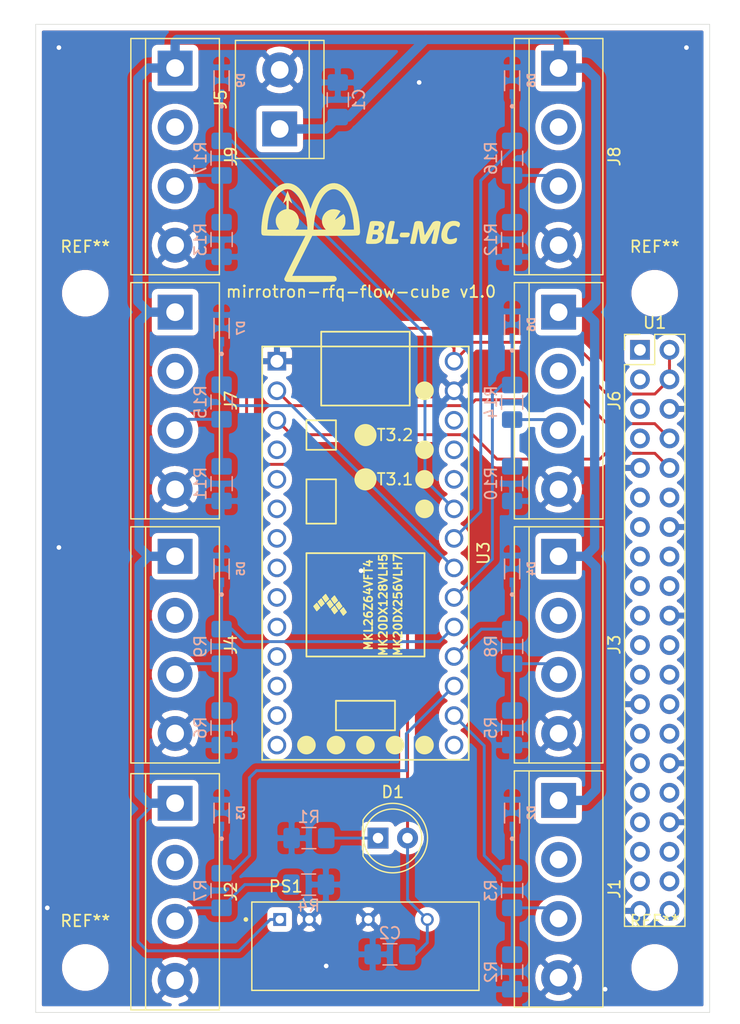
<source format=kicad_pcb>
(kicad_pcb (version 20171130) (host pcbnew 5.1.5+dfsg1-2build2)
  (layers (0 F.Cu signal) (31 B.Cu signal) (34 B.Paste user) (35 F.Paste user) (36 B.SilkS user) (37 F.SilkS user) (38 B.Mask user) (39 F.Mask user) (44 Edge.Cuts user))
  (net 0 "")
  (net 1 +5V)
  (net 2 "Net-(D1-Pad1)")
  (net 3 GND)
  (net 4 +24V)
  (net 5 "Net-(J1-Pad3)")
  (net 6 "Net-(J1-Pad2)")
  (net 7 "Net-(J2-Pad3)")
  (net 8 "Net-(J2-Pad2)")
  (net 9 "Net-(J3-Pad3)")
  (net 10 "Net-(J3-Pad2)")
  (net 11 "Net-(J4-Pad3)")
  (net 12 "Net-(J4-Pad2)")
  (net 13 "Net-(J6-Pad3)")
  (net 14 "Net-(J6-Pad2)")
  (net 15 "Net-(J7-Pad3)")
  (net 16 "Net-(J7-Pad2)")
  (net 17 "Net-(J8-Pad3)")
  (net 18 "Net-(J8-Pad2)")
  (net 19 "Net-(J9-Pad3)")
  (net 20 "Net-(J9-Pad2)")
  (net 21 /P14)
  (net 22 /P15)
  (net 23 /P16)
  (net 24 /P17)
  (net 25 /P18)
  (net 26 /P19)
  (net 27 /P20)
  (net 28 /P21)
  (net 29 "Net-(U1-Pad40)")
  (net 30 "Net-(U1-Pad38)")
  (net 31 "Net-(U1-Pad37)")
  (net 32 "Net-(U1-Pad36)")
  (net 33 "Net-(U1-Pad35)")
  (net 34 "Net-(U1-Pad33)")
  (net 35 "Net-(U1-Pad32)")
  (net 36 "Net-(U1-Pad31)")
  (net 37 "Net-(U1-Pad29)")
  (net 38 "Net-(U1-Pad28)")
  (net 39 "Net-(U1-Pad27)")
  (net 40 "Net-(U1-Pad26)")
  (net 41 "Net-(U1-Pad24)")
  (net 42 "Net-(U1-Pad23)")
  (net 43 "Net-(U1-Pad22)")
  (net 44 "Net-(U1-Pad21)")
  (net 45 "Net-(U1-Pad19)")
  (net 46 "Net-(U1-Pad18)")
  (net 47 "Net-(U1-Pad17)")
  (net 48 "Net-(U1-Pad16)")
  (net 49 "Net-(U1-Pad15)")
  (net 50 "Net-(U1-Pad13)")
  (net 51 "Net-(U1-Pad12)")
  (net 52 "Net-(U1-Pad11)")
  (net 53 "Net-(U1-Pad10)")
  (net 54 "Net-(U1-Pad8)")
  (net 55 "Net-(U1-Pad7)")
  (net 56 "Net-(U1-Pad5)")
  (net 57 "Net-(U1-Pad3)")
  (net 58 "Net-(U1-Pad1)")
  (net 59 "Net-(U3-Pad4)")
  (net 60 "Net-(U3-Pad5)")
  (net 61 "Net-(U3-Pad6)")
  (net 62 "Net-(U3-Pad7)")
  (net 63 "Net-(U3-Pad8)")
  (net 64 "Net-(U3-Pad9)")
  (net 65 "Net-(U3-Pad10)")
  (net 66 "Net-(U3-Pad11)")
  (net 67 "Net-(U3-Pad12)")
  (net 68 "Net-(U3-Pad13)")
  (net 69 "Net-(U3-Pad37)")
  (net 70 "Net-(U3-Pad36)")
  (net 71 "Net-(U3-Pad35)")
  (net 72 "Net-(U3-Pad34)")
  (net 73 "Net-(U3-Pad31)")
  (net 74 "Net-(U3-Pad30)")
  (net 75 "Net-(U3-Pad29)")
  (net 76 "Net-(U3-Pad14)")
  (net 77 "Net-(U3-Pad15)")
  (net 78 "Net-(U3-Pad16)")
  (net 79 "Net-(U3-Pad20)")
  (net 80 "Net-(U3-Pad19)")
  (net 81 "Net-(U3-Pad18)")
  (net 82 "Net-(U3-Pad17)")
  (module dmcginnis427Footprints:blmcLogo (layer F.Cu) (at 158 70)
    (fp_text reference G*** hide)
    (fp_text value LOGO hide)
  )
  (module MountingHole:MountingHole_3mm (layer F.Cu) (at 134.27 75.13)
    (fp_text reference REF** (at 0 -4) (layer F.SilkS))
    (fp_text value MountingHole_3mm)
    (pad 1 np_thru_hole circle (at 0 0) (size 3 3) (drill 3) (layers *.Cu *.Mask))
  )
  (module MountingHole:MountingHole_3mm (layer F.Cu) (at 183.27 75.13)
    (fp_text reference REF** (at 0 -4) (layer F.SilkS))
    (fp_text value MountingHole_3mm)
    (pad 1 np_thru_hole circle (at 0 0) (size 3 3) (drill 3) (layers *.Cu *.Mask))
  )
  (module MountingHole:MountingHole_3mm (layer F.Cu) (at 134.27 133.13)
    (fp_text reference REF** (at 0 -4) (layer F.SilkS))
    (fp_text value MountingHole_3mm)
    (pad 1 np_thru_hole circle (at 0 0) (size 3 3) (drill 3) (layers *.Cu *.Mask))
  )
  (module MountingHole:MountingHole_3mm (layer F.Cu) (at 183.27 133.13)
    (fp_text reference REF** (at 0 -4) (layer F.SilkS))
    (fp_text value MountingHole_3mm)
    (pad 1 np_thru_hole circle (at 0 0) (size 3 3) (drill 3) (layers *.Cu *.Mask))
  )
  (module SODFL2513X100N:SODFL2513X100N (layer B.Cu) (at 146 56.85 90)
    (fp_text reference D9 (at 0.032 1.6564 90) (layer B.SilkS) (effects (font (size 0.64 0.64)) (justify mirror)))
    (fp_text value 3.3)
    (pad 2 smd roundrect (at 1.15 0 90) (size 0.82 0.44) (layers B.Cu B.Paste B.Mask) (roundrect_rratio 0.06) (net 3 GND))
    (pad 1 smd roundrect (at -1.15 0 90) (size 0.82 0.44) (layers B.Cu B.Paste B.Mask) (roundrect_rratio 0.06) (net 28 /P21))
  )
  (module SODFL2513X100N:SODFL2513X100N (layer B.Cu) (at 171 56.85 90)
    (fp_text reference D8 (at 0.032 1.6564 90) (layer B.SilkS) (effects (font (size 0.64 0.64)) (justify mirror)))
    (fp_text value 3.3)
    (pad 2 smd roundrect (at 1.15 0 90) (size 0.82 0.44) (layers B.Cu B.Paste B.Mask) (roundrect_rratio 0.06) (net 3 GND))
    (pad 1 smd roundrect (at -1.15 0 90) (size 0.82 0.44) (layers B.Cu B.Paste B.Mask) (roundrect_rratio 0.06) (net 27 /P20))
  )
  (module SODFL2513X100N:SODFL2513X100N (layer B.Cu) (at 146 78.15 90)
    (fp_text reference D7 (at 0.032 1.6564 90) (layer B.SilkS) (effects (font (size 0.64 0.64)) (justify mirror)))
    (fp_text value 3.3)
    (pad 2 smd roundrect (at 1.15 0 90) (size 0.82 0.44) (layers B.Cu B.Paste B.Mask) (roundrect_rratio 0.06) (net 3 GND))
    (pad 1 smd roundrect (at -1.15 0 90) (size 0.82 0.44) (layers B.Cu B.Paste B.Mask) (roundrect_rratio 0.06) (net 26 /P19))
  )
  (module SODFL2513X100N:SODFL2513X100N (layer B.Cu) (at 171 77.85 90)
    (fp_text reference D6 (at 0.032 1.6564 90) (layer B.SilkS) (effects (font (size 0.64 0.64)) (justify mirror)))
    (fp_text value 3.3)
    (pad 2 smd roundrect (at 1.15 0 90) (size 0.82 0.44) (layers B.Cu B.Paste B.Mask) (roundrect_rratio 0.06) (net 3 GND))
    (pad 1 smd roundrect (at -1.15 0 90) (size 0.82 0.44) (layers B.Cu B.Paste B.Mask) (roundrect_rratio 0.06) (net 25 /P18))
  )
  (module SODFL2513X100N:SODFL2513X100N (layer B.Cu) (at 146 98.85 90)
    (fp_text reference D5 (at 0.032 1.6564 90) (layer B.SilkS) (effects (font (size 0.64 0.64)) (justify mirror)))
    (fp_text value 3.3)
    (pad 2 smd roundrect (at 1.15 0 90) (size 0.82 0.44) (layers B.Cu B.Paste B.Mask) (roundrect_rratio 0.06) (net 3 GND))
    (pad 1 smd roundrect (at -1.15 0 90) (size 0.82 0.44) (layers B.Cu B.Paste B.Mask) (roundrect_rratio 0.06) (net 24 /P17))
  )
  (module SODFL2513X100N:SODFL2513X100N (layer B.Cu) (at 171 98.85 90)
    (fp_text reference D4 (at 0.032 1.6564 90) (layer B.SilkS) (effects (font (size 0.64 0.64)) (justify mirror)))
    (fp_text value 3.3)
    (pad 2 smd roundrect (at 1.15 0 90) (size 0.82 0.44) (layers B.Cu B.Paste B.Mask) (roundrect_rratio 0.06) (net 3 GND))
    (pad 1 smd roundrect (at -1.15 0 90) (size 0.82 0.44) (layers B.Cu B.Paste B.Mask) (roundrect_rratio 0.06) (net 23 /P16))
  )
  (module SODFL2513X100N:SODFL2513X100N (layer B.Cu) (at 146 119.85 90)
    (fp_text reference D3 (at 0.032 1.6564 90) (layer B.SilkS) (effects (font (size 0.64 0.64)) (justify mirror)))
    (fp_text value 3.3)
    (pad 2 smd roundrect (at 1.15 0 90) (size 0.82 0.44) (layers B.Cu B.Paste B.Mask) (roundrect_rratio 0.06) (net 3 GND))
    (pad 1 smd roundrect (at -1.15 0 90) (size 0.82 0.44) (layers B.Cu B.Paste B.Mask) (roundrect_rratio 0.06) (net 22 /P15))
  )
  (module SODFL2513X100N:SODFL2513X100N (layer B.Cu) (at 171 119.85 90)
    (fp_text reference D2 (at 0.032 1.6564 90) (layer B.SilkS) (effects (font (size 0.64 0.64)) (justify mirror)))
    (fp_text value 3.3)
    (pad 2 smd roundrect (at 1.15 0 90) (size 0.82 0.44) (layers B.Cu B.Paste B.Mask) (roundrect_rratio 0.06) (net 3 GND))
    (pad 1 smd roundrect (at -1.15 0 90) (size 0.82 0.44) (layers B.Cu B.Paste B.Mask) (roundrect_rratio 0.06) (net 21 /P14))
  )
  (module TeensyFootprints:Teensy30_31_32_LC (layer F.Cu) (at 158.38 97.49 270)
    (fp_text reference U3 (at 0 -10.16 90) (layer F.SilkS))
    (fp_text value Teensy-LC)
    (fp_text user MK20DX128VLH5 (at 4.445 -1.524 90) (layer F.SilkS) (effects (font (size 0.7 0.7))))
    (fp_text user MKL26Z64VFT4 (at 4.445 -0.254 90) (layer F.SilkS) (effects (font (size 0.7 0.7))))
    (fp_text user MK20DX256VLH7 (at 4.445 -2.794 90) (layer F.SilkS) (effects (font (size 0.7 0.7))))
    (fp_text user T3.1 (at -6.35 -2.54) (layer F.SilkS))
    (fp_text user T3.2 (at -10.16 -2.54) (layer F.SilkS))
    (pad 52 connect circle (at -10.16 0 270) (size 1.9 1.9) (layers F.SilkS))
    (pad 52 connect circle (at -6.35 0 270) (size 1.9 1.9) (layers F.SilkS))
    (pad 1 thru_hole rect (at -16.51 7.62 270) (size 1.6 1.6) (drill 1.1) (layers *.Cu *.Mask) (net 3 GND))
    (pad 2 thru_hole circle (at -13.97 7.62 270) (size 1.6 1.6) (drill 1.1) (layers *.Cu *.Mask) (net 54 "Net-(U1-Pad8)"))
    (pad 3 thru_hole circle (at -11.43 7.62 270) (size 1.6 1.6) (drill 1.1) (layers *.Cu *.Mask) (net 53 "Net-(U1-Pad10)"))
    (pad 4 thru_hole circle (at -8.89 7.62 270) (size 1.6 1.6) (drill 1.1) (layers *.Cu *.Mask) (net 59 "Net-(U3-Pad4)"))
    (pad 5 thru_hole circle (at -6.35 7.62 270) (size 1.6 1.6) (drill 1.1) (layers *.Cu *.Mask) (net 60 "Net-(U3-Pad5)"))
    (pad 6 thru_hole circle (at -3.81 7.62 270) (size 1.6 1.6) (drill 1.1) (layers *.Cu *.Mask) (net 61 "Net-(U3-Pad6)"))
    (pad 7 thru_hole circle (at -1.27 7.62 270) (size 1.6 1.6) (drill 1.1) (layers *.Cu *.Mask) (net 62 "Net-(U3-Pad7)"))
    (pad 8 thru_hole circle (at 1.27 7.62 270) (size 1.6 1.6) (drill 1.1) (layers *.Cu *.Mask) (net 63 "Net-(U3-Pad8)"))
    (pad 9 thru_hole circle (at 3.81 7.62 270) (size 1.6 1.6) (drill 1.1) (layers *.Cu *.Mask) (net 64 "Net-(U3-Pad9)"))
    (pad 10 thru_hole circle (at 6.35 7.62 270) (size 1.6 1.6) (drill 1.1) (layers *.Cu *.Mask) (net 65 "Net-(U3-Pad10)"))
    (pad 11 thru_hole circle (at 8.89 7.62 270) (size 1.6 1.6) (drill 1.1) (layers *.Cu *.Mask) (net 66 "Net-(U3-Pad11)"))
    (pad 12 thru_hole circle (at 11.43 7.62 270) (size 1.6 1.6) (drill 1.1) (layers *.Cu *.Mask) (net 67 "Net-(U3-Pad12)"))
    (pad 13 thru_hole circle (at 13.97 7.62 270) (size 1.6 1.6) (drill 1.1) (layers *.Cu *.Mask) (net 68 "Net-(U3-Pad13)"))
    (pad 37 connect circle (at -3.81 -5.08 270) (size 1.6 1.6) (layers F.SilkS) (net 69 "Net-(U3-Pad37)"))
    (pad 36 connect circle (at -6.35 -5.08 270) (size 1.6 1.6) (layers F.SilkS) (net 70 "Net-(U3-Pad36)"))
    (pad 35 connect circle (at -8.89 -5.08 270) (size 1.6 1.6) (layers F.SilkS) (net 71 "Net-(U3-Pad35)"))
    (pad 34 connect circle (at -13.97 -5.08 270) (size 1.6 1.6) (layers F.SilkS) (net 72 "Net-(U3-Pad34)"))
    (pad 33 thru_hole circle (at -16.51 -7.62 270) (size 1.6 1.6) (drill 1.1) (layers *.Cu *.Mask) (net 1 +5V))
    (pad 32 thru_hole circle (at -13.97 -7.62 270) (size 1.6 1.6) (drill 1.1) (layers *.Cu *.Mask) (net 3 GND))
    (pad 31 thru_hole circle (at -11.43 -7.62 270) (size 1.6 1.6) (drill 1.1) (layers *.Cu *.Mask) (net 73 "Net-(U3-Pad31)"))
    (pad 30 thru_hole circle (at -8.89 -7.62 270) (size 1.6 1.6) (drill 1.1) (layers *.Cu *.Mask) (net 74 "Net-(U3-Pad30)"))
    (pad 29 thru_hole circle (at -6.35 -7.62 270) (size 1.6 1.6) (drill 1.1) (layers *.Cu *.Mask) (net 75 "Net-(U3-Pad29)"))
    (pad 28 thru_hole circle (at -3.81 -7.62 270) (size 1.6 1.6) (drill 1.1) (layers *.Cu *.Mask) (net 28 /P21))
    (pad 27 thru_hole circle (at -1.27 -7.62 270) (size 1.6 1.6) (drill 1.1) (layers *.Cu *.Mask) (net 27 /P20))
    (pad 26 thru_hole circle (at 1.27 -7.62 270) (size 1.6 1.6) (drill 1.1) (layers *.Cu *.Mask) (net 26 /P19))
    (pad 25 thru_hole circle (at 3.81 -7.62 270) (size 1.6 1.6) (drill 1.1) (layers *.Cu *.Mask) (net 25 /P18))
    (pad 24 thru_hole circle (at 6.35 -7.62 270) (size 1.6 1.6) (drill 1.1) (layers *.Cu *.Mask) (net 24 /P17))
    (pad 23 thru_hole circle (at 8.89 -7.62 270) (size 1.6 1.6) (drill 1.1) (layers *.Cu *.Mask) (net 23 /P16))
    (pad 22 thru_hole circle (at 11.43 -7.62 270) (size 1.6 1.6) (drill 1.1) (layers *.Cu *.Mask) (net 22 /P15))
    (pad 21 thru_hole circle (at 13.97 -7.62 270) (size 1.6 1.6) (drill 1.1) (layers *.Cu *.Mask) (net 21 /P14))
    (pad 14 thru_hole circle (at 16.51 7.62 270) (size 1.6 1.6) (drill 1.1) (layers *.Cu *.Mask) (net 76 "Net-(U3-Pad14)"))
    (pad 15 connect circle (at 16.51 5.08 270) (size 1.6 1.6) (layers F.SilkS) (net 77 "Net-(U3-Pad15)"))
    (pad 16 connect circle (at 16.51 2.54 270) (size 1.6 1.6) (layers F.SilkS) (net 78 "Net-(U3-Pad16)"))
    (pad 20 thru_hole circle (at 16.51 -7.62 270) (size 1.6 1.6) (drill 1.1) (layers *.Cu *.Mask) (net 79 "Net-(U3-Pad20)"))
    (pad 19 connect circle (at 16.51 -5.08 270) (size 1.6 1.6) (layers F.SilkS) (net 80 "Net-(U3-Pad19)"))
    (pad 18 connect circle (at 16.51 -2.54 270) (size 1.6 1.6) (layers F.SilkS) (net 81 "Net-(U3-Pad18)"))
    (pad 17 connect circle (at 16.51 0 270) (size 1.6 1.6) (layers F.SilkS) (net 82 "Net-(U3-Pad17)"))
  )
  (module Connector_PinHeader_2.54mm:PinHeader_2x20_P2.54mm_Vertical (layer F.Cu) (at 182 80)
    (fp_text reference U1 (at 1.27 -2.33) (layer F.SilkS))
    (fp_text value RPIHeader)
    (pad 40 thru_hole oval (at 2.54 48.26) (size 1.7 1.7) (drill 1) (layers *.Cu *.Mask) (net 29 "Net-(U1-Pad40)"))
    (pad 39 thru_hole oval (at 0 48.26) (size 1.7 1.7) (drill 1) (layers *.Cu *.Mask) (net 3 GND))
    (pad 38 thru_hole oval (at 2.54 45.72) (size 1.7 1.7) (drill 1) (layers *.Cu *.Mask) (net 30 "Net-(U1-Pad38)"))
    (pad 37 thru_hole oval (at 0 45.72) (size 1.7 1.7) (drill 1) (layers *.Cu *.Mask) (net 31 "Net-(U1-Pad37)"))
    (pad 36 thru_hole oval (at 2.54 43.18) (size 1.7 1.7) (drill 1) (layers *.Cu *.Mask) (net 32 "Net-(U1-Pad36)"))
    (pad 35 thru_hole oval (at 0 43.18) (size 1.7 1.7) (drill 1) (layers *.Cu *.Mask) (net 33 "Net-(U1-Pad35)"))
    (pad 34 thru_hole oval (at 2.54 40.64) (size 1.7 1.7) (drill 1) (layers *.Cu *.Mask) (net 3 GND))
    (pad 33 thru_hole oval (at 0 40.64) (size 1.7 1.7) (drill 1) (layers *.Cu *.Mask) (net 34 "Net-(U1-Pad33)"))
    (pad 32 thru_hole oval (at 2.54 38.1) (size 1.7 1.7) (drill 1) (layers *.Cu *.Mask) (net 35 "Net-(U1-Pad32)"))
    (pad 31 thru_hole oval (at 0 38.1) (size 1.7 1.7) (drill 1) (layers *.Cu *.Mask) (net 36 "Net-(U1-Pad31)"))
    (pad 30 thru_hole oval (at 2.54 35.56) (size 1.7 1.7) (drill 1) (layers *.Cu *.Mask) (net 3 GND))
    (pad 29 thru_hole oval (at 0 35.56) (size 1.7 1.7) (drill 1) (layers *.Cu *.Mask) (net 37 "Net-(U1-Pad29)"))
    (pad 28 thru_hole oval (at 2.54 33.02) (size 1.7 1.7) (drill 1) (layers *.Cu *.Mask) (net 38 "Net-(U1-Pad28)"))
    (pad 27 thru_hole oval (at 0 33.02) (size 1.7 1.7) (drill 1) (layers *.Cu *.Mask) (net 39 "Net-(U1-Pad27)"))
    (pad 26 thru_hole oval (at 2.54 30.48) (size 1.7 1.7) (drill 1) (layers *.Cu *.Mask) (net 40 "Net-(U1-Pad26)"))
    (pad 25 thru_hole oval (at 0 30.48) (size 1.7 1.7) (drill 1) (layers *.Cu *.Mask) (net 3 GND))
    (pad 24 thru_hole oval (at 2.54 27.94) (size 1.7 1.7) (drill 1) (layers *.Cu *.Mask) (net 41 "Net-(U1-Pad24)"))
    (pad 23 thru_hole oval (at 0 27.94) (size 1.7 1.7) (drill 1) (layers *.Cu *.Mask) (net 42 "Net-(U1-Pad23)"))
    (pad 22 thru_hole oval (at 2.54 25.4) (size 1.7 1.7) (drill 1) (layers *.Cu *.Mask) (net 43 "Net-(U1-Pad22)"))
    (pad 21 thru_hole oval (at 0 25.4) (size 1.7 1.7) (drill 1) (layers *.Cu *.Mask) (net 44 "Net-(U1-Pad21)"))
    (pad 20 thru_hole oval (at 2.54 22.86) (size 1.7 1.7) (drill 1) (layers *.Cu *.Mask) (net 3 GND))
    (pad 19 thru_hole oval (at 0 22.86) (size 1.7 1.7) (drill 1) (layers *.Cu *.Mask) (net 45 "Net-(U1-Pad19)"))
    (pad 18 thru_hole oval (at 2.54 20.32) (size 1.7 1.7) (drill 1) (layers *.Cu *.Mask) (net 46 "Net-(U1-Pad18)"))
    (pad 17 thru_hole oval (at 0 20.32) (size 1.7 1.7) (drill 1) (layers *.Cu *.Mask) (net 47 "Net-(U1-Pad17)"))
    (pad 16 thru_hole oval (at 2.54 17.78) (size 1.7 1.7) (drill 1) (layers *.Cu *.Mask) (net 48 "Net-(U1-Pad16)"))
    (pad 15 thru_hole oval (at 0 17.78) (size 1.7 1.7) (drill 1) (layers *.Cu *.Mask) (net 49 "Net-(U1-Pad15)"))
    (pad 14 thru_hole oval (at 2.54 15.24) (size 1.7 1.7) (drill 1) (layers *.Cu *.Mask) (net 3 GND))
    (pad 13 thru_hole oval (at 0 15.24) (size 1.7 1.7) (drill 1) (layers *.Cu *.Mask) (net 50 "Net-(U1-Pad13)"))
    (pad 12 thru_hole oval (at 2.54 12.7) (size 1.7 1.7) (drill 1) (layers *.Cu *.Mask) (net 51 "Net-(U1-Pad12)"))
    (pad 11 thru_hole oval (at 0 12.7) (size 1.7 1.7) (drill 1) (layers *.Cu *.Mask) (net 52 "Net-(U1-Pad11)"))
    (pad 10 thru_hole oval (at 2.54 10.16) (size 1.7 1.7) (drill 1) (layers *.Cu *.Mask) (net 53 "Net-(U1-Pad10)"))
    (pad 9 thru_hole oval (at 0 10.16) (size 1.7 1.7) (drill 1) (layers *.Cu *.Mask) (net 3 GND))
    (pad 8 thru_hole oval (at 2.54 7.62) (size 1.7 1.7) (drill 1) (layers *.Cu *.Mask) (net 54 "Net-(U1-Pad8)"))
    (pad 7 thru_hole oval (at 0 7.62) (size 1.7 1.7) (drill 1) (layers *.Cu *.Mask) (net 55 "Net-(U1-Pad7)"))
    (pad 6 thru_hole oval (at 2.54 5.08) (size 1.7 1.7) (drill 1) (layers *.Cu *.Mask) (net 3 GND))
    (pad 5 thru_hole oval (at 0 5.08) (size 1.7 1.7) (drill 1) (layers *.Cu *.Mask) (net 56 "Net-(U1-Pad5)"))
    (pad 4 thru_hole oval (at 2.54 2.54) (size 1.7 1.7) (drill 1) (layers *.Cu *.Mask) (net 1 +5V))
    (pad 3 thru_hole oval (at 0 2.54) (size 1.7 1.7) (drill 1) (layers *.Cu *.Mask) (net 57 "Net-(U1-Pad3)"))
    (pad 2 thru_hole oval (at 2.54 0) (size 1.7 1.7) (drill 1) (layers *.Cu *.Mask) (net 1 +5V))
    (pad 1 thru_hole rect (at 0 0) (size 1.7 1.7) (drill 1) (layers *.Cu *.Mask) (net 58 "Net-(U1-Pad1)"))
  )
  (module Resistor_SMD:R_1206_3216Metric_Pad1.42x1.75mm_HandSolder (layer B.Cu) (at 146 63.5125 270)
    (fp_text reference R17 (at 0 1.82 90) (layer B.SilkS) (effects (justify mirror)))
    (fp_text value 100)
    (pad 2 smd roundrect (at 1.4875 0 270) (size 1.425 1.75) (layers B.Cu B.Paste B.Mask) (roundrect_rratio 0.175439) (net 19 "Net-(J9-Pad3)"))
    (pad 1 smd roundrect (at -1.4875 0 270) (size 1.425 1.75) (layers B.Cu B.Paste B.Mask) (roundrect_rratio 0.175439) (net 28 /P21))
  )
  (module Resistor_SMD:R_1206_3216Metric_Pad1.42x1.75mm_HandSolder (layer B.Cu) (at 171 63.5125 270)
    (fp_text reference R16 (at 0 1.82 90) (layer B.SilkS) (effects (justify mirror)))
    (fp_text value 100)
    (pad 2 smd roundrect (at 1.4875 0 270) (size 1.425 1.75) (layers B.Cu B.Paste B.Mask) (roundrect_rratio 0.175439) (net 17 "Net-(J8-Pad3)"))
    (pad 1 smd roundrect (at -1.4875 0 270) (size 1.425 1.75) (layers B.Cu B.Paste B.Mask) (roundrect_rratio 0.175439) (net 27 /P20))
  )
  (module Resistor_SMD:R_1206_3216Metric_Pad1.42x1.75mm_HandSolder (layer B.Cu) (at 146 84.4875 270)
    (fp_text reference R15 (at 0 1.82 90) (layer B.SilkS) (effects (justify mirror)))
    (fp_text value 100)
    (pad 2 smd roundrect (at 1.4875 0 270) (size 1.425 1.75) (layers B.Cu B.Paste B.Mask) (roundrect_rratio 0.175439) (net 15 "Net-(J7-Pad3)"))
    (pad 1 smd roundrect (at -1.4875 0 270) (size 1.425 1.75) (layers B.Cu B.Paste B.Mask) (roundrect_rratio 0.175439) (net 26 /P19))
  )
  (module Resistor_SMD:R_1206_3216Metric_Pad1.42x1.75mm_HandSolder (layer B.Cu) (at 171 84.5125 270)
    (fp_text reference R14 (at 0 1.82 90) (layer B.SilkS) (effects (justify mirror)))
    (fp_text value 100)
    (pad 2 smd roundrect (at 1.4875 0 270) (size 1.425 1.75) (layers B.Cu B.Paste B.Mask) (roundrect_rratio 0.175439) (net 13 "Net-(J6-Pad3)"))
    (pad 1 smd roundrect (at -1.4875 0 270) (size 1.425 1.75) (layers B.Cu B.Paste B.Mask) (roundrect_rratio 0.175439) (net 25 /P18))
  )
  (module Resistor_SMD:R_1206_3216Metric_Pad1.42x1.75mm_HandSolder (layer B.Cu) (at 146 70.5125 270)
    (fp_text reference R13 (at 0 1.82 90) (layer B.SilkS) (effects (justify mirror)))
    (fp_text value 100)
    (pad 2 smd roundrect (at 1.4875 0 270) (size 1.425 1.75) (layers B.Cu B.Paste B.Mask) (roundrect_rratio 0.175439) (net 3 GND))
    (pad 1 smd roundrect (at -1.4875 0 270) (size 1.425 1.75) (layers B.Cu B.Paste B.Mask) (roundrect_rratio 0.175439) (net 19 "Net-(J9-Pad3)"))
  )
  (module Resistor_SMD:R_1206_3216Metric_Pad1.42x1.75mm_HandSolder (layer B.Cu) (at 171 70.5125 270)
    (fp_text reference R12 (at 0 1.82 90) (layer B.SilkS) (effects (justify mirror)))
    (fp_text value 100)
    (pad 2 smd roundrect (at 1.4875 0 270) (size 1.425 1.75) (layers B.Cu B.Paste B.Mask) (roundrect_rratio 0.175439) (net 3 GND))
    (pad 1 smd roundrect (at -1.4875 0 270) (size 1.425 1.75) (layers B.Cu B.Paste B.Mask) (roundrect_rratio 0.175439) (net 17 "Net-(J8-Pad3)"))
  )
  (module Resistor_SMD:R_1206_3216Metric_Pad1.42x1.75mm_HandSolder (layer B.Cu) (at 146 91.5125 270)
    (fp_text reference R11 (at 0 1.82 90) (layer B.SilkS) (effects (justify mirror)))
    (fp_text value 100)
    (pad 2 smd roundrect (at 1.4875 0 270) (size 1.425 1.75) (layers B.Cu B.Paste B.Mask) (roundrect_rratio 0.175439) (net 3 GND))
    (pad 1 smd roundrect (at -1.4875 0 270) (size 1.425 1.75) (layers B.Cu B.Paste B.Mask) (roundrect_rratio 0.175439) (net 15 "Net-(J7-Pad3)"))
  )
  (module Resistor_SMD:R_1206_3216Metric_Pad1.42x1.75mm_HandSolder (layer B.Cu) (at 171 91.5125 270)
    (fp_text reference R10 (at 0 1.82 90) (layer B.SilkS) (effects (justify mirror)))
    (fp_text value 100)
    (pad 2 smd roundrect (at 1.4875 0 270) (size 1.425 1.75) (layers B.Cu B.Paste B.Mask) (roundrect_rratio 0.175439) (net 3 GND))
    (pad 1 smd roundrect (at -1.4875 0 270) (size 1.425 1.75) (layers B.Cu B.Paste B.Mask) (roundrect_rratio 0.175439) (net 13 "Net-(J6-Pad3)"))
  )
  (module Resistor_SMD:R_1206_3216Metric_Pad1.42x1.75mm_HandSolder (layer B.Cu) (at 146 105.5125 270)
    (fp_text reference R9 (at 0 1.82 90) (layer B.SilkS) (effects (justify mirror)))
    (fp_text value 100)
    (pad 2 smd roundrect (at 1.4875 0 270) (size 1.425 1.75) (layers B.Cu B.Paste B.Mask) (roundrect_rratio 0.175439) (net 11 "Net-(J4-Pad3)"))
    (pad 1 smd roundrect (at -1.4875 0 270) (size 1.425 1.75) (layers B.Cu B.Paste B.Mask) (roundrect_rratio 0.175439) (net 24 /P17))
  )
  (module Resistor_SMD:R_1206_3216Metric_Pad1.42x1.75mm_HandSolder (layer B.Cu) (at 171 105.5125 270)
    (fp_text reference R8 (at 0 1.82 90) (layer B.SilkS) (effects (justify mirror)))
    (fp_text value 100)
    (pad 2 smd roundrect (at 1.4875 0 270) (size 1.425 1.75) (layers B.Cu B.Paste B.Mask) (roundrect_rratio 0.175439) (net 9 "Net-(J3-Pad3)"))
    (pad 1 smd roundrect (at -1.4875 0 270) (size 1.425 1.75) (layers B.Cu B.Paste B.Mask) (roundrect_rratio 0.175439) (net 23 /P16))
  )
  (module Resistor_SMD:R_1206_3216Metric_Pad1.42x1.75mm_HandSolder (layer B.Cu) (at 146 126.5125 270)
    (fp_text reference R7 (at 0 1.82 90) (layer B.SilkS) (effects (justify mirror)))
    (fp_text value 100)
    (pad 2 smd roundrect (at 1.4875 0 270) (size 1.425 1.75) (layers B.Cu B.Paste B.Mask) (roundrect_rratio 0.175439) (net 7 "Net-(J2-Pad3)"))
    (pad 1 smd roundrect (at -1.4875 0 270) (size 1.425 1.75) (layers B.Cu B.Paste B.Mask) (roundrect_rratio 0.175439) (net 22 /P15))
  )
  (module Resistor_SMD:R_1206_3216Metric_Pad1.42x1.75mm_HandSolder (layer B.Cu) (at 146 112.5125 270)
    (fp_text reference R6 (at 0 1.82 90) (layer B.SilkS) (effects (justify mirror)))
    (fp_text value 100)
    (pad 2 smd roundrect (at 1.4875 0 270) (size 1.425 1.75) (layers B.Cu B.Paste B.Mask) (roundrect_rratio 0.175439) (net 3 GND))
    (pad 1 smd roundrect (at -1.4875 0 270) (size 1.425 1.75) (layers B.Cu B.Paste B.Mask) (roundrect_rratio 0.175439) (net 11 "Net-(J4-Pad3)"))
  )
  (module Resistor_SMD:R_1206_3216Metric_Pad1.42x1.75mm_HandSolder (layer B.Cu) (at 171 112.5125 270)
    (fp_text reference R5 (at 0 1.82 90) (layer B.SilkS) (effects (justify mirror)))
    (fp_text value 100)
    (pad 2 smd roundrect (at 1.4875 0 270) (size 1.425 1.75) (layers B.Cu B.Paste B.Mask) (roundrect_rratio 0.175439) (net 3 GND))
    (pad 1 smd roundrect (at -1.4875 0 270) (size 1.425 1.75) (layers B.Cu B.Paste B.Mask) (roundrect_rratio 0.175439) (net 9 "Net-(J3-Pad3)"))
  )
  (module Resistor_SMD:R_1206_3216Metric_Pad1.42x1.75mm_HandSolder (layer B.Cu) (at 153.4875 126)
    (fp_text reference R4 (at 0 1.82) (layer B.SilkS) (effects (justify mirror)))
    (fp_text value 100)
    (pad 1 smd roundrect (at -1.4875 0) (size 1.425 1.75) (layers B.Cu B.Paste B.Mask) (roundrect_rratio 0.175439) (net 7 "Net-(J2-Pad3)"))
    (pad 2 smd roundrect (at 1.4875 0) (size 1.425 1.75) (layers B.Cu B.Paste B.Mask) (roundrect_rratio 0.175439) (net 3 GND))
  )
  (module Resistor_SMD:R_1206_3216Metric_Pad1.42x1.75mm_HandSolder (layer B.Cu) (at 171 126.5125 270)
    (fp_text reference R3 (at 0 1.82 90) (layer B.SilkS) (effects (justify mirror)))
    (fp_text value 100)
    (pad 2 smd roundrect (at 1.4875 0 270) (size 1.425 1.75) (layers B.Cu B.Paste B.Mask) (roundrect_rratio 0.175439) (net 5 "Net-(J1-Pad3)"))
    (pad 1 smd roundrect (at -1.4875 0 270) (size 1.425 1.75) (layers B.Cu B.Paste B.Mask) (roundrect_rratio 0.175439) (net 21 /P14))
  )
  (module Resistor_SMD:R_1206_3216Metric_Pad1.42x1.75mm_HandSolder (layer B.Cu) (at 171 133.5125 270)
    (fp_text reference R2 (at 0 1.82 90) (layer B.SilkS) (effects (justify mirror)))
    (fp_text value 100)
    (pad 2 smd roundrect (at 1.4875 0 270) (size 1.425 1.75) (layers B.Cu B.Paste B.Mask) (roundrect_rratio 0.175439) (net 3 GND))
    (pad 1 smd roundrect (at -1.4875 0 270) (size 1.425 1.75) (layers B.Cu B.Paste B.Mask) (roundrect_rratio 0.175439) (net 5 "Net-(J1-Pad3)"))
  )
  (module Resistor_SMD:R_1206_3216Metric_Pad1.42x1.75mm_HandSolder (layer B.Cu) (at 153.5125 122 180)
    (fp_text reference R1 (at 0 1.82) (layer B.SilkS) (effects (justify mirror)))
    (fp_text value 220)
    (pad 2 smd roundrect (at 1.4875 0 180) (size 1.425 1.75) (layers B.Cu B.Paste B.Mask) (roundrect_rratio 0.175439) (net 3 GND))
    (pad 1 smd roundrect (at -1.4875 0 180) (size 1.425 1.75) (layers B.Cu B.Paste B.Mask) (roundrect_rratio 0.175439) (net 2 "Net-(D1-Pad1)"))
  )
  (module TBA_2-2411:CONV_TBA_2-2411 (layer F.Cu) (at 158.375 131.3)
    (fp_text reference PS1 (at -6.85 -5.135) (layer F.SilkS))
    (fp_text value TBA_2-2411)
    (pad 6 thru_hole circle (at 5.325 -2.3) (size 1.11 1.11) (drill 0.71) (layers *.Cu *.Mask) (net 1 +5V))
    (pad 4 thru_hole circle (at 0.245 -2.3) (size 1.11 1.11) (drill 0.71) (layers *.Cu *.Mask) (net 3 GND))
    (pad 2 thru_hole circle (at -4.835 -2.3) (size 1.11 1.11) (drill 0.71) (layers *.Cu *.Mask) (net 3 GND))
    (pad 1 thru_hole rect (at -7.375 -2.3) (size 1.11 1.11) (drill 0.71) (layers *.Cu *.Mask) (net 4 +24V))
  )
  (module TerminalBlock:TerminalBlock_bornier-4_P5.08mm (layer F.Cu) (at 142 55.76 270)
    (fp_text reference J9 (at 7.6 -4.8 90) (layer F.SilkS))
    (fp_text value Screw_Terminal_01x04)
    (pad 4 thru_hole circle (at 15.24 0 270) (size 3 3) (drill 1.52) (layers *.Cu *.Mask) (net 3 GND))
    (pad 1 thru_hole rect (at 0 0 270) (size 3 3) (drill 1.52) (layers *.Cu *.Mask) (net 4 +24V))
    (pad 3 thru_hole circle (at 10.16 0 270) (size 3 3) (drill 1.52) (layers *.Cu *.Mask) (net 19 "Net-(J9-Pad3)"))
    (pad 2 thru_hole circle (at 5.08 0 270) (size 3 3) (drill 1.52) (layers *.Cu *.Mask) (net 20 "Net-(J9-Pad2)"))
  )
  (module TerminalBlock:TerminalBlock_bornier-4_P5.08mm (layer F.Cu) (at 175 55.76 270)
    (fp_text reference J8 (at 7.6 -4.8 90) (layer F.SilkS))
    (fp_text value Screw_Terminal_01x04)
    (pad 4 thru_hole circle (at 15.24 0 270) (size 3 3) (drill 1.52) (layers *.Cu *.Mask) (net 3 GND))
    (pad 1 thru_hole rect (at 0 0 270) (size 3 3) (drill 1.52) (layers *.Cu *.Mask) (net 4 +24V))
    (pad 3 thru_hole circle (at 10.16 0 270) (size 3 3) (drill 1.52) (layers *.Cu *.Mask) (net 17 "Net-(J8-Pad3)"))
    (pad 2 thru_hole circle (at 5.08 0 270) (size 3 3) (drill 1.52) (layers *.Cu *.Mask) (net 18 "Net-(J8-Pad2)"))
  )
  (module TerminalBlock:TerminalBlock_bornier-4_P5.08mm (layer F.Cu) (at 142 76.76 270)
    (fp_text reference J7 (at 7.6 -4.8 90) (layer F.SilkS))
    (fp_text value Screw_Terminal_01x04)
    (pad 4 thru_hole circle (at 15.24 0 270) (size 3 3) (drill 1.52) (layers *.Cu *.Mask) (net 3 GND))
    (pad 1 thru_hole rect (at 0 0 270) (size 3 3) (drill 1.52) (layers *.Cu *.Mask) (net 4 +24V))
    (pad 3 thru_hole circle (at 10.16 0 270) (size 3 3) (drill 1.52) (layers *.Cu *.Mask) (net 15 "Net-(J7-Pad3)"))
    (pad 2 thru_hole circle (at 5.08 0 270) (size 3 3) (drill 1.52) (layers *.Cu *.Mask) (net 16 "Net-(J7-Pad2)"))
  )
  (module TerminalBlock:TerminalBlock_bornier-4_P5.08mm (layer F.Cu) (at 175 76.76 270)
    (fp_text reference J6 (at 7.6 -4.8 90) (layer F.SilkS))
    (fp_text value Screw_Terminal_01x04)
    (pad 4 thru_hole circle (at 15.24 0 270) (size 3 3) (drill 1.52) (layers *.Cu *.Mask) (net 3 GND))
    (pad 1 thru_hole rect (at 0 0 270) (size 3 3) (drill 1.52) (layers *.Cu *.Mask) (net 4 +24V))
    (pad 3 thru_hole circle (at 10.16 0 270) (size 3 3) (drill 1.52) (layers *.Cu *.Mask) (net 13 "Net-(J6-Pad3)"))
    (pad 2 thru_hole circle (at 5.08 0 270) (size 3 3) (drill 1.52) (layers *.Cu *.Mask) (net 14 "Net-(J6-Pad2)"))
  )
  (module TerminalBlock:TerminalBlock_bornier-2_P5.08mm (layer F.Cu) (at 151 61 90)
    (fp_text reference J5 (at 2.54 -5.08 90) (layer F.SilkS))
    (fp_text value Screw_Terminal_01x02)
    (pad 2 thru_hole circle (at 5.08 0 90) (size 3 3) (drill 1.52) (layers *.Cu *.Mask) (net 3 GND))
    (pad 1 thru_hole rect (at 0 0 90) (size 3 3) (drill 1.52) (layers *.Cu *.Mask) (net 4 +24V))
  )
  (module TerminalBlock:TerminalBlock_bornier-4_P5.08mm (layer F.Cu) (at 142 97.76 270)
    (fp_text reference J4 (at 7.6 -4.8 90) (layer F.SilkS))
    (fp_text value Screw_Terminal_01x04)
    (pad 4 thru_hole circle (at 15.24 0 270) (size 3 3) (drill 1.52) (layers *.Cu *.Mask) (net 3 GND))
    (pad 1 thru_hole rect (at 0 0 270) (size 3 3) (drill 1.52) (layers *.Cu *.Mask) (net 4 +24V))
    (pad 3 thru_hole circle (at 10.16 0 270) (size 3 3) (drill 1.52) (layers *.Cu *.Mask) (net 11 "Net-(J4-Pad3)"))
    (pad 2 thru_hole circle (at 5.08 0 270) (size 3 3) (drill 1.52) (layers *.Cu *.Mask) (net 12 "Net-(J4-Pad2)"))
  )
  (module TerminalBlock:TerminalBlock_bornier-4_P5.08mm (layer F.Cu) (at 175 97.76 270)
    (fp_text reference J3 (at 7.6 -4.8 90) (layer F.SilkS))
    (fp_text value Screw_Terminal_01x04)
    (pad 4 thru_hole circle (at 15.24 0 270) (size 3 3) (drill 1.52) (layers *.Cu *.Mask) (net 3 GND))
    (pad 1 thru_hole rect (at 0 0 270) (size 3 3) (drill 1.52) (layers *.Cu *.Mask) (net 4 +24V))
    (pad 3 thru_hole circle (at 10.16 0 270) (size 3 3) (drill 1.52) (layers *.Cu *.Mask) (net 9 "Net-(J3-Pad3)"))
    (pad 2 thru_hole circle (at 5.08 0 270) (size 3 3) (drill 1.52) (layers *.Cu *.Mask) (net 10 "Net-(J3-Pad2)"))
  )
  (module TerminalBlock:TerminalBlock_bornier-4_P5.08mm (layer F.Cu) (at 142 119 270)
    (fp_text reference J2 (at 7.6 -4.8 90) (layer F.SilkS))
    (fp_text value Screw_Terminal_01x04)
    (pad 4 thru_hole circle (at 15.24 0 270) (size 3 3) (drill 1.52) (layers *.Cu *.Mask) (net 3 GND))
    (pad 1 thru_hole rect (at 0 0 270) (size 3 3) (drill 1.52) (layers *.Cu *.Mask) (net 4 +24V))
    (pad 3 thru_hole circle (at 10.16 0 270) (size 3 3) (drill 1.52) (layers *.Cu *.Mask) (net 7 "Net-(J2-Pad3)"))
    (pad 2 thru_hole circle (at 5.08 0 270) (size 3 3) (drill 1.52) (layers *.Cu *.Mask) (net 8 "Net-(J2-Pad2)"))
  )
  (module TerminalBlock:TerminalBlock_bornier-4_P5.08mm (layer F.Cu) (at 175 118.76 270)
    (fp_text reference J1 (at 7.6 -4.8 90) (layer F.SilkS))
    (fp_text value Screw_Terminal_01x04)
    (pad 4 thru_hole circle (at 15.24 0 270) (size 3 3) (drill 1.52) (layers *.Cu *.Mask) (net 3 GND))
    (pad 1 thru_hole rect (at 0 0 270) (size 3 3) (drill 1.52) (layers *.Cu *.Mask) (net 4 +24V))
    (pad 3 thru_hole circle (at 10.16 0 270) (size 3 3) (drill 1.52) (layers *.Cu *.Mask) (net 5 "Net-(J1-Pad3)"))
    (pad 2 thru_hole circle (at 5.08 0 270) (size 3 3) (drill 1.52) (layers *.Cu *.Mask) (net 6 "Net-(J1-Pad2)"))
  )
  (module LED_THT:LED_D5.0mm (layer F.Cu) (at 159.46 122)
    (fp_text reference D1 (at 1.27 -3.96) (layer F.SilkS))
    (fp_text value GREEN)
    (pad 2 thru_hole circle (at 2.54 0) (size 1.8 1.8) (drill 0.9) (layers *.Cu *.Mask) (net 1 +5V))
    (pad 1 thru_hole rect (at 0 0) (size 1.8 1.8) (drill 0.9) (layers *.Cu *.Mask) (net 2 "Net-(D1-Pad1)"))
  )
  (module Capacitor_SMD:C_1206_3216Metric_Pad1.42x1.75mm_HandSolder (layer B.Cu) (at 156 58.4875 90)
    (fp_text reference C1 (at 0 1.82 90) (layer B.SilkS) (effects (justify mirror)))
    (fp_text value 1uF)
    (pad 2 smd roundrect (at 1.4875 0 90) (size 1.425 1.75) (layers B.Cu B.Paste B.Mask) (roundrect_rratio 0.175439) (net 3 GND))
    (pad 1 smd roundrect (at -1.4875 0 90) (size 1.425 1.75) (layers B.Cu B.Paste B.Mask) (roundrect_rratio 0.175439) (net 4 +24V))
  )
  (module Capacitor_SMD:C_1206_3216Metric_Pad1.42x1.75mm_HandSolder (layer B.Cu) (at 160.4875 132 180)
    (fp_text reference C2 (at 0 1.82) (layer B.SilkS) (effects (justify mirror)))
    (fp_text value 1uF)
    (pad 1 smd roundrect (at -1.4875 0 180) (size 1.425 1.75) (layers B.Cu B.Paste B.Mask) (roundrect_rratio 0.175439) (net 1 +5V))
    (pad 2 smd roundrect (at 1.4875 0 180) (size 1.425 1.75) (layers B.Cu B.Paste B.Mask) (roundrect_rratio 0.175439) (net 3 GND))
  )
  (gr_text "mirrotron-rfq-flow-cube v1.0" (at 158 75) (layer F.SilkS) (effects (font (size 1 1))))
  (gr_line (start 188 52) (end 188 137) (layer Edge.Cuts) (width 0.05))
  (gr_line (start 130 52) (end 188 52) (layer Edge.Cuts) (width 0.05))
  (gr_line (start 130 137) (end 130 52) (layer Edge.Cuts) (width 0.05))
  (gr_line (start 188 137) (end 130 137) (layer Edge.Cuts) (width 0.05))
  (segment (start 163.7 129.784888) (end 163.7 129) (width 0.25) (layer B.Cu) (net 1))
  (segment (start 163.7 130.9875) (end 163.7 129.784888) (width 0.25) (layer B.Cu) (net 1))
  (segment (start 162.6875 132) (end 163.7 130.9875) (width 0.25) (layer B.Cu) (net 1))
  (segment (start 161.975 132) (end 162.6875 132) (width 0.25) (layer B.Cu) (net 1))
  (segment (start 162 127.3) (end 163.7 129) (width 0.25) (layer B.Cu) (net 1))
  (segment (start 162 122) (end 162 127.3) (width 0.25) (layer B.Cu) (net 1))
  (segment (start 166 79.84863) (end 164.30137 78.15) (width 0.25) (layer F.Cu) (net 1))
  (segment (start 166 80.98) (end 166 79.84863) (width 0.25) (layer F.Cu) (net 1))
  (segment (start 164.30137 78.15) (end 149.75 78.15) (width 0.25) (layer F.Cu) (net 1))
  (segment (start 149.75 78.15) (end 148.15 79.75) (width 0.25) (layer F.Cu) (net 1))
  (segment (start 148.15 79.75) (end 148.15 89.15) (width 0.25) (layer F.Cu) (net 1))
  (segment (start 148.15 89.15) (end 148.85 89.85) (width 0.25) (layer F.Cu) (net 1))
  (segment (start 148.85 89.85) (end 154.05 89.85) (width 0.25) (layer F.Cu) (net 1))
  (segment (start 162 97.8) (end 162 122) (width 0.25) (layer F.Cu) (net 1))
  (segment (start 154.05 89.85) (end 162 97.8) (width 0.25) (layer F.Cu) (net 1))
  (segment (start 184.54 82.54) (end 183.28 83.8) (width 0.25) (layer F.Cu) (net 1))
  (segment (start 183.28 83.8) (end 179.15 83.8) (width 0.25) (layer F.Cu) (net 1))
  (segment (start 179.15 83.8) (end 178.15 82.8) (width 0.25) (layer F.Cu) (net 1))
  (segment (start 178.15 82.8) (end 178.15 81.3) (width 0.25) (layer F.Cu) (net 1))
  (segment (start 178.15 81.3) (end 176.2 79.35) (width 0.25) (layer F.Cu) (net 1))
  (segment (start 167.63 79.35) (end 166 80.98) (width 0.25) (layer F.Cu) (net 1))
  (segment (start 176.2 79.35) (end 167.63 79.35) (width 0.25) (layer F.Cu) (net 1))
  (segment (start 184.54 81.337919) (end 184.54 80) (width 0.25) (layer F.Cu) (net 1))
  (segment (start 184.54 82.54) (end 184.54 81.337919) (width 0.25) (layer F.Cu) (net 1))
  (segment (start 159.46 122) (end 155 122) (width 0.25) (layer B.Cu) (net 2))
  (via (at 158 99) (size 0.8) (drill 0.4) (layers F.Cu B.Cu) (net 3))
  (via (at 132 54) (size 0.8) (drill 0.4) (layers F.Cu B.Cu) (net 3))
  (via (at 132 97) (size 0.8) (drill 0.4) (layers F.Cu B.Cu) (net 3))
  (via (at 131 128) (size 0.8) (drill 0.4) (layers F.Cu B.Cu) (net 3))
  (via (at 186 54) (size 0.8) (drill 0.4) (layers F.Cu B.Cu) (net 3))
  (via (at 155 133) (size 0.8) (drill 0.4) (layers F.Cu B.Cu) (net 3))
  (via (at 179 135) (size 0.8) (drill 0.4) (layers F.Cu B.Cu) (net 3))
  (via (at 163 57) (size 0.8) (drill 0.4) (layers F.Cu B.Cu) (net 3))
  (segment (start 139.7 55.76) (end 138.8 56.66) (width 0.8) (layer B.Cu) (net 4))
  (segment (start 142 55.76) (end 139.7 55.76) (width 0.8) (layer B.Cu) (net 4))
  (segment (start 139.7 76.76) (end 142 76.76) (width 0.8) (layer B.Cu) (net 4))
  (segment (start 138.8 75.86) (end 139.7 76.76) (width 0.8) (layer B.Cu) (net 4))
  (segment (start 138.8 56.66) (end 138.8 75.86) (width 0.8) (layer B.Cu) (net 4))
  (segment (start 139.7 76.76) (end 138.9 77.56) (width 0.8) (layer B.Cu) (net 4))
  (segment (start 139.7 97.76) (end 142 97.76) (width 0.8) (layer B.Cu) (net 4))
  (segment (start 138.9 96.96) (end 139.7 97.76) (width 0.8) (layer B.Cu) (net 4))
  (segment (start 138.9 77.56) (end 138.9 96.96) (width 0.8) (layer B.Cu) (net 4))
  (segment (start 139.7 97.76) (end 138.9 98.56) (width 0.8) (layer B.Cu) (net 4))
  (segment (start 139.7 119) (end 142 119) (width 0.8) (layer B.Cu) (net 4))
  (segment (start 138.9 118.2) (end 139.7 119) (width 0.8) (layer B.Cu) (net 4))
  (segment (start 138.9 98.56) (end 138.9 118.2) (width 0.8) (layer B.Cu) (net 4))
  (segment (start 177.3 55.76) (end 178.2 56.66) (width 0.8) (layer B.Cu) (net 4))
  (segment (start 175 55.76) (end 177.3 55.76) (width 0.8) (layer B.Cu) (net 4))
  (segment (start 177.3 76.76) (end 175 76.76) (width 0.8) (layer B.Cu) (net 4))
  (segment (start 178.2 75.86) (end 177.3 76.76) (width 0.8) (layer B.Cu) (net 4))
  (segment (start 178.2 56.66) (end 178.2 75.86) (width 0.8) (layer B.Cu) (net 4))
  (segment (start 177.3 76.76) (end 178.1 77.56) (width 0.8) (layer B.Cu) (net 4))
  (segment (start 177.3 97.76) (end 175 97.76) (width 0.8) (layer B.Cu) (net 4))
  (segment (start 178.1 96.96) (end 177.3 97.76) (width 0.8) (layer B.Cu) (net 4))
  (segment (start 178.1 77.56) (end 178.1 96.96) (width 0.8) (layer B.Cu) (net 4))
  (segment (start 177.3 97.76) (end 178.2 98.66) (width 0.8) (layer B.Cu) (net 4))
  (segment (start 177.3 118.76) (end 175 118.76) (width 0.8) (layer B.Cu) (net 4))
  (segment (start 178.2 117.86) (end 177.3 118.76) (width 0.8) (layer B.Cu) (net 4))
  (segment (start 178.2 98.66) (end 178.2 117.86) (width 0.8) (layer B.Cu) (net 4))
  (segment (start 175 55.76) (end 175 55) (width 0.8) (layer B.Cu) (net 4))
  (segment (start 154.975 61) (end 156 59.975) (width 0.8) (layer B.Cu) (net 4))
  (segment (start 151 61) (end 154.975 61) (width 0.8) (layer B.Cu) (net 4))
  (segment (start 156.875 59.975) (end 163.55 53.3) (width 0.8) (layer B.Cu) (net 4))
  (segment (start 156 59.975) (end 156.875 59.975) (width 0.8) (layer B.Cu) (net 4))
  (segment (start 175 53.46) (end 175 55.76) (width 0.8) (layer B.Cu) (net 4))
  (segment (start 174.84 53.3) (end 175 53.46) (width 0.8) (layer B.Cu) (net 4))
  (segment (start 163.55 53.3) (end 174.84 53.3) (width 0.8) (layer B.Cu) (net 4))
  (segment (start 150.195 129) (end 147.495 131.7) (width 0.25) (layer B.Cu) (net 4))
  (segment (start 151 129) (end 150.195 129) (width 0.25) (layer B.Cu) (net 4))
  (segment (start 147.495 131.7) (end 139.6 131.7) (width 0.25) (layer B.Cu) (net 4))
  (segment (start 139.6 131.7) (end 138.8 130.9) (width 0.25) (layer B.Cu) (net 4))
  (segment (start 140.25 119) (end 142 119) (width 0.25) (layer B.Cu) (net 4))
  (segment (start 138.8 120.45) (end 140.25 119) (width 0.25) (layer B.Cu) (net 4))
  (segment (start 138.8 130.9) (end 138.8 120.45) (width 0.25) (layer B.Cu) (net 4))
  (segment (start 142 53.46) (end 142 55.76) (width 0.8) (layer B.Cu) (net 4))
  (segment (start 142.16 53.3) (end 142 53.46) (width 0.8) (layer B.Cu) (net 4))
  (segment (start 163.55 53.3) (end 142.16 53.3) (width 0.8) (layer B.Cu) (net 4))
  (segment (start 171 132.025) (end 171 128) (width 0.25) (layer B.Cu) (net 5))
  (segment (start 174.08 128) (end 175 128.92) (width 0.25) (layer B.Cu) (net 5))
  (segment (start 171 128) (end 174.08 128) (width 0.25) (layer B.Cu) (net 5))
  (segment (start 143.16 128) (end 142 129.16) (width 0.25) (layer B.Cu) (net 7))
  (segment (start 146 128) (end 143.16 128) (width 0.25) (layer B.Cu) (net 7))
  (segment (start 146 128) (end 148 126) (width 0.25) (layer B.Cu) (net 7))
  (segment (start 148 126) (end 152 126) (width 0.25) (layer B.Cu) (net 7))
  (segment (start 174.08 107) (end 175 107.92) (width 0.25) (layer B.Cu) (net 9))
  (segment (start 171 107) (end 174.08 107) (width 0.25) (layer B.Cu) (net 9))
  (segment (start 171 111.025) (end 171 107) (width 0.25) (layer B.Cu) (net 9))
  (segment (start 146 111.025) (end 146 107) (width 0.25) (layer B.Cu) (net 11))
  (segment (start 142.92 107) (end 142 107.92) (width 0.25) (layer B.Cu) (net 11))
  (segment (start 146 107) (end 142.92 107) (width 0.25) (layer B.Cu) (net 11))
  (segment (start 171 89.3125) (end 171 86) (width 0.25) (layer B.Cu) (net 13))
  (segment (start 171 90.025) (end 171 89.3125) (width 0.25) (layer B.Cu) (net 13))
  (segment (start 174.08 86) (end 175 86.92) (width 0.25) (layer B.Cu) (net 13))
  (segment (start 171 86) (end 174.08 86) (width 0.25) (layer B.Cu) (net 13))
  (segment (start 146 90.025) (end 146 85.975) (width 0.25) (layer B.Cu) (net 15))
  (segment (start 142.945 85.975) (end 142 86.92) (width 0.25) (layer B.Cu) (net 15))
  (segment (start 146 85.975) (end 142.945 85.975) (width 0.25) (layer B.Cu) (net 15))
  (segment (start 171 69.025) (end 171 65) (width 0.25) (layer B.Cu) (net 17))
  (segment (start 174.08 65) (end 175 65.92) (width 0.25) (layer B.Cu) (net 17))
  (segment (start 171 65) (end 174.08 65) (width 0.25) (layer B.Cu) (net 17))
  (segment (start 146 69.025) (end 146 65) (width 0.25) (layer B.Cu) (net 19))
  (segment (start 142.92 65) (end 142 65.92) (width 0.25) (layer B.Cu) (net 19))
  (segment (start 146 65) (end 142.92 65) (width 0.25) (layer B.Cu) (net 19))
  (segment (start 171 125.025) (end 171 121) (width 0.25) (layer B.Cu) (net 21))
  (segment (start 170.125 125.025) (end 168.6 123.5) (width 0.25) (layer B.Cu) (net 21))
  (segment (start 171 125.025) (end 170.125 125.025) (width 0.25) (layer B.Cu) (net 21))
  (segment (start 168.6 114.06) (end 166 111.46) (width 0.25) (layer B.Cu) (net 21))
  (segment (start 168.6 123.5) (end 168.6 114.06) (width 0.25) (layer B.Cu) (net 21))
  (segment (start 146 124.3125) (end 146 121) (width 0.25) (layer B.Cu) (net 22))
  (segment (start 146 125.025) (end 146 124.3125) (width 0.25) (layer B.Cu) (net 22))
  (segment (start 161.9 113.02) (end 166 108.92) (width 0.25) (layer B.Cu) (net 22))
  (segment (start 161.9 116.2) (end 161.9 113.02) (width 0.25) (layer B.Cu) (net 22))
  (segment (start 149 116.2) (end 161.9 116.2) (width 0.25) (layer B.Cu) (net 22))
  (segment (start 148.4 116.8) (end 149 116.2) (width 0.25) (layer B.Cu) (net 22))
  (segment (start 148.4 123.5) (end 148.4 116.8) (width 0.25) (layer B.Cu) (net 22))
  (segment (start 146.875 125.025) (end 148.4 123.5) (width 0.25) (layer B.Cu) (net 22))
  (segment (start 146 125.025) (end 146.875 125.025) (width 0.25) (layer B.Cu) (net 22))
  (segment (start 171 104.025) (end 171 100) (width 0.25) (layer B.Cu) (net 23))
  (segment (start 168.355 104.025) (end 166 106.38) (width 0.25) (layer B.Cu) (net 23))
  (segment (start 171 104.025) (end 168.355 104.025) (width 0.25) (layer B.Cu) (net 23))
  (segment (start 146 104.025) (end 146 100) (width 0.25) (layer B.Cu) (net 24))
  (segment (start 146.875 104.025) (end 147.95 105.1) (width 0.25) (layer B.Cu) (net 24))
  (segment (start 146 104.025) (end 146.875 104.025) (width 0.25) (layer B.Cu) (net 24))
  (segment (start 164.74 105.1) (end 166 103.84) (width 0.25) (layer B.Cu) (net 24))
  (segment (start 147.95 105.1) (end 164.74 105.1) (width 0.25) (layer B.Cu) (net 24))
  (segment (start 171 82.3125) (end 171 79) (width 0.25) (layer B.Cu) (net 25))
  (segment (start 171 83.025) (end 171 82.3125) (width 0.25) (layer B.Cu) (net 25))
  (segment (start 170.125 83.025) (end 169.3 83.85) (width 0.25) (layer B.Cu) (net 25))
  (segment (start 171 83.025) (end 170.125 83.025) (width 0.25) (layer B.Cu) (net 25))
  (segment (start 169.3 98) (end 166 101.3) (width 0.25) (layer B.Cu) (net 25))
  (segment (start 169.3 83.85) (end 169.3 98) (width 0.25) (layer B.Cu) (net 25))
  (segment (start 146 83) (end 146 79.3) (width 0.25) (layer B.Cu) (net 26))
  (segment (start 146 83.7125) (end 147.0875 84.8) (width 0.25) (layer B.Cu) (net 26))
  (segment (start 146 83) (end 146 83.7125) (width 0.25) (layer B.Cu) (net 26))
  (segment (start 152.04 84.8) (end 166 98.76) (width 0.25) (layer B.Cu) (net 26))
  (segment (start 147.0875 84.8) (end 152.04 84.8) (width 0.25) (layer B.Cu) (net 26))
  (segment (start 171 62.025) (end 171 58) (width 0.25) (layer B.Cu) (net 27))
  (segment (start 171 62.7375) (end 168.3 65.4375) (width 0.25) (layer B.Cu) (net 27))
  (segment (start 171 62.025) (end 171 62.7375) (width 0.25) (layer B.Cu) (net 27))
  (segment (start 168.3 93.92) (end 166 96.22) (width 0.25) (layer B.Cu) (net 27))
  (segment (start 168.3 65.4375) (end 168.3 93.92) (width 0.25) (layer B.Cu) (net 27))
  (segment (start 146 62.025) (end 146 58) (width 0.25) (layer B.Cu) (net 28))
  (segment (start 146.875 62.025) (end 163.5 78.65) (width 0.25) (layer B.Cu) (net 28))
  (segment (start 146 62.025) (end 146.875 62.025) (width 0.25) (layer B.Cu) (net 28))
  (segment (start 163.5 91.18) (end 166 93.68) (width 0.25) (layer B.Cu) (net 28))
  (segment (start 163.5 78.65) (end 163.5 91.18) (width 0.25) (layer B.Cu) (net 28))
  (segment (start 184.54 90.16) (end 183.28 88.9) (width 0.25) (layer F.Cu) (net 53))
  (segment (start 183.28 88.9) (end 179.05 88.9) (width 0.25) (layer F.Cu) (net 53))
  (segment (start 179.05 88.9) (end 178.55 89.4) (width 0.25) (layer F.Cu) (net 53))
  (segment (start 178.55 89.4) (end 169.7 89.4) (width 0.25) (layer F.Cu) (net 53))
  (segment (start 169.7 89.4) (end 167.6 87.3) (width 0.25) (layer F.Cu) (net 53))
  (segment (start 152 87.3) (end 150.76 86.06) (width 0.25) (layer F.Cu) (net 53))
  (segment (start 167.6 87.3) (end 152 87.3) (width 0.25) (layer F.Cu) (net 53))
  (segment (start 167.35 84.8) (end 152.04 84.8) (width 0.25) (layer F.Cu) (net 54))
  (segment (start 167.85 84.3) (end 167.35 84.8) (width 0.25) (layer F.Cu) (net 54))
  (segment (start 152.04 84.8) (end 150.76 83.52) (width 0.25) (layer F.Cu) (net 54))
  (segment (start 179.15 86.35) (end 177.1 84.3) (width 0.25) (layer F.Cu) (net 54))
  (segment (start 183.27 86.35) (end 179.15 86.35) (width 0.25) (layer F.Cu) (net 54))
  (segment (start 177.1 84.3) (end 167.85 84.3) (width 0.25) (layer F.Cu) (net 54))
  (segment (start 184.54 87.62) (end 183.27 86.35) (width 0.25) (layer F.Cu) (net 54))
  (zone (net 3) (net_name GND) (layer B.Cu) (connect_pads (clearance 0.508)) (min_thickness 0.254) (fill yes (arc_segments 32) (thermal_gap 0.508) (thermal_bridge_width 0.508))
    (polygon (pts (xy 189 138) (xy 129 138) (xy 129 51) (xy 189 51)))
  )
  (zone (net 3) (net_name GND) (layer F.Cu) (connect_pads (clearance 0.508)) (min_thickness 0.254) (fill yes (arc_segments 32) (thermal_gap 0.508) (thermal_bridge_width 0.508))
    (polygon (pts (xy 189 138) (xy 129 138) (xy 129 51) (xy 189 51)))
  )
)
</source>
